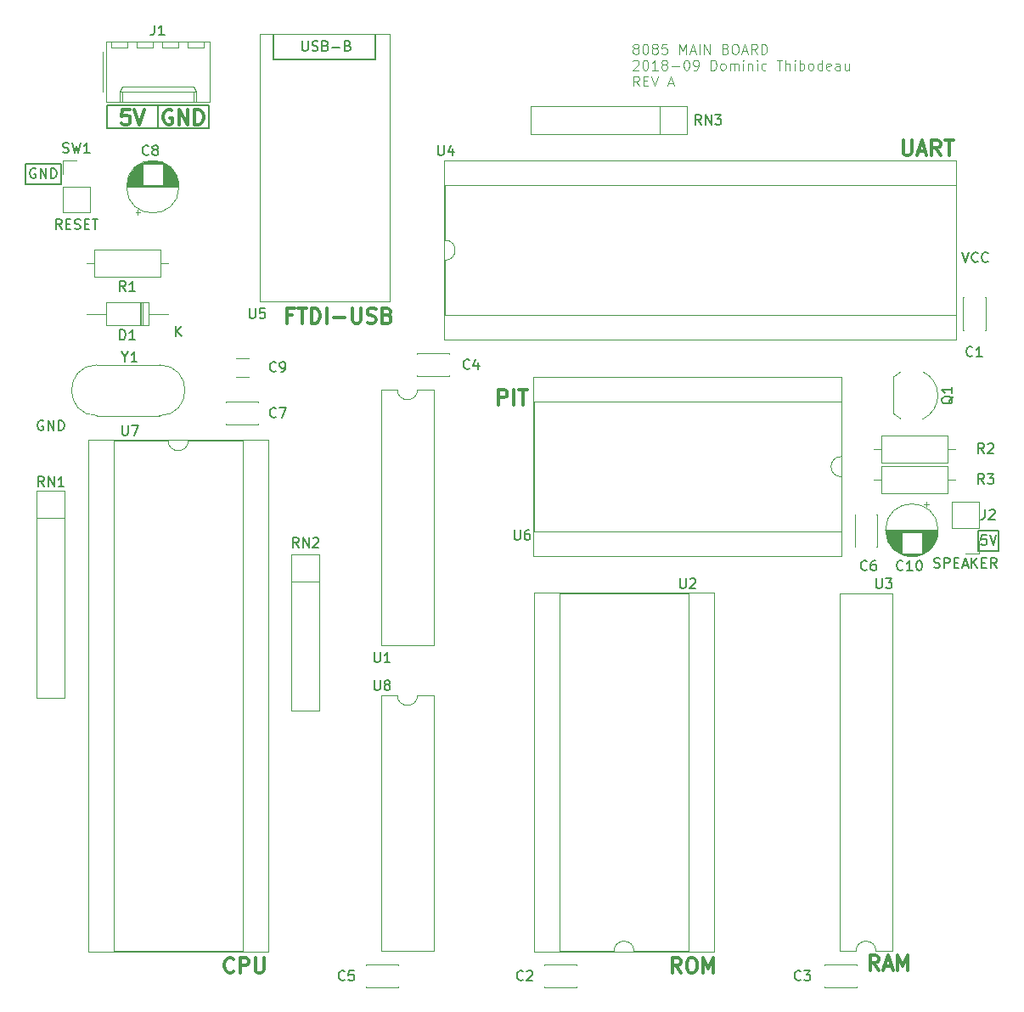
<source format=gbr>
G04 #@! TF.GenerationSoftware,KiCad,Pcbnew,(5.0.0)*
G04 #@! TF.CreationDate,2018-09-18T13:10:02-04:00*
G04 #@! TF.ProjectId,CPU8085,435055383038352E6B696361645F7063,A*
G04 #@! TF.SameCoordinates,Original*
G04 #@! TF.FileFunction,Legend,Top*
G04 #@! TF.FilePolarity,Positive*
%FSLAX46Y46*%
G04 Gerber Fmt 4.6, Leading zero omitted, Abs format (unit mm)*
G04 Created by KiCad (PCBNEW (5.0.0)) date 09/18/18 13:10:02*
%MOMM*%
%LPD*%
G01*
G04 APERTURE LIST*
%ADD10C,0.200000*%
%ADD11C,0.300000*%
%ADD12C,0.100000*%
%ADD13C,0.120000*%
%ADD14C,0.150000*%
G04 APERTURE END LIST*
D10*
X50038000Y-43942000D02*
X50038000Y-46228000D01*
X50038000Y-46228000D02*
X55118000Y-46228000D01*
X44958000Y-46228000D02*
X50038000Y-46228000D01*
X50038000Y-43942000D02*
X44958000Y-43942000D01*
X55118000Y-43942000D02*
X50038000Y-43942000D01*
X36830000Y-51816000D02*
X40386000Y-51816000D01*
X40386000Y-51562000D02*
X40386000Y-51816000D01*
X40386000Y-49784000D02*
X36830000Y-49784000D01*
X37846095Y-50300000D02*
X37750857Y-50252380D01*
X37608000Y-50252380D01*
X37465142Y-50300000D01*
X37369904Y-50395238D01*
X37322285Y-50490476D01*
X37274666Y-50680952D01*
X37274666Y-50823809D01*
X37322285Y-51014285D01*
X37369904Y-51109523D01*
X37465142Y-51204761D01*
X37608000Y-51252380D01*
X37703238Y-51252380D01*
X37846095Y-51204761D01*
X37893714Y-51157142D01*
X37893714Y-50823809D01*
X37703238Y-50823809D01*
X38322285Y-51252380D02*
X38322285Y-50252380D01*
X38893714Y-51252380D01*
X38893714Y-50252380D01*
X39369904Y-51252380D02*
X39369904Y-50252380D01*
X39608000Y-50252380D01*
X39750857Y-50300000D01*
X39846095Y-50395238D01*
X39893714Y-50490476D01*
X39941333Y-50680952D01*
X39941333Y-50823809D01*
X39893714Y-51014285D01*
X39846095Y-51109523D01*
X39750857Y-51204761D01*
X39608000Y-51252380D01*
X39369904Y-51252380D01*
X36830000Y-49784000D02*
X36830000Y-51816000D01*
X40386000Y-49784000D02*
X40386000Y-51816000D01*
X131826000Y-86360000D02*
X131826000Y-88392000D01*
X133858000Y-86360000D02*
X133858000Y-88392000D01*
X133858000Y-86360000D02*
X131826000Y-86360000D01*
X131826000Y-88392000D02*
X133858000Y-88392000D01*
X132651523Y-86828380D02*
X132175333Y-86828380D01*
X132127714Y-87304571D01*
X132175333Y-87256952D01*
X132270571Y-87209333D01*
X132508666Y-87209333D01*
X132603904Y-87256952D01*
X132651523Y-87304571D01*
X132699142Y-87399809D01*
X132699142Y-87637904D01*
X132651523Y-87733142D01*
X132603904Y-87780761D01*
X132508666Y-87828380D01*
X132270571Y-87828380D01*
X132175333Y-87780761D01*
X132127714Y-87733142D01*
X132984857Y-86828380D02*
X133318190Y-87828380D01*
X133651523Y-86828380D01*
X130238666Y-58634380D02*
X130572000Y-59634380D01*
X130905333Y-58634380D01*
X131810095Y-59539142D02*
X131762476Y-59586761D01*
X131619619Y-59634380D01*
X131524380Y-59634380D01*
X131381523Y-59586761D01*
X131286285Y-59491523D01*
X131238666Y-59396285D01*
X131191047Y-59205809D01*
X131191047Y-59062952D01*
X131238666Y-58872476D01*
X131286285Y-58777238D01*
X131381523Y-58682000D01*
X131524380Y-58634380D01*
X131619619Y-58634380D01*
X131762476Y-58682000D01*
X131810095Y-58729619D01*
X132810095Y-59539142D02*
X132762476Y-59586761D01*
X132619619Y-59634380D01*
X132524380Y-59634380D01*
X132381523Y-59586761D01*
X132286285Y-59491523D01*
X132238666Y-59396285D01*
X132191047Y-59205809D01*
X132191047Y-59062952D01*
X132238666Y-58872476D01*
X132286285Y-58777238D01*
X132381523Y-58682000D01*
X132524380Y-58634380D01*
X132619619Y-58634380D01*
X132762476Y-58682000D01*
X132810095Y-58729619D01*
X38608095Y-75446000D02*
X38512857Y-75398380D01*
X38370000Y-75398380D01*
X38227142Y-75446000D01*
X38131904Y-75541238D01*
X38084285Y-75636476D01*
X38036666Y-75826952D01*
X38036666Y-75969809D01*
X38084285Y-76160285D01*
X38131904Y-76255523D01*
X38227142Y-76350761D01*
X38370000Y-76398380D01*
X38465238Y-76398380D01*
X38608095Y-76350761D01*
X38655714Y-76303142D01*
X38655714Y-75969809D01*
X38465238Y-75969809D01*
X39084285Y-76398380D02*
X39084285Y-75398380D01*
X39655714Y-76398380D01*
X39655714Y-75398380D01*
X40131904Y-76398380D02*
X40131904Y-75398380D01*
X40370000Y-75398380D01*
X40512857Y-75446000D01*
X40608095Y-75541238D01*
X40655714Y-75636476D01*
X40703333Y-75826952D01*
X40703333Y-75969809D01*
X40655714Y-76160285D01*
X40608095Y-76255523D01*
X40512857Y-76350761D01*
X40370000Y-76398380D01*
X40131904Y-76398380D01*
X127436952Y-90066761D02*
X127579809Y-90114380D01*
X127817904Y-90114380D01*
X127913142Y-90066761D01*
X127960761Y-90019142D01*
X128008380Y-89923904D01*
X128008380Y-89828666D01*
X127960761Y-89733428D01*
X127913142Y-89685809D01*
X127817904Y-89638190D01*
X127627428Y-89590571D01*
X127532190Y-89542952D01*
X127484571Y-89495333D01*
X127436952Y-89400095D01*
X127436952Y-89304857D01*
X127484571Y-89209619D01*
X127532190Y-89162000D01*
X127627428Y-89114380D01*
X127865523Y-89114380D01*
X128008380Y-89162000D01*
X128436952Y-90114380D02*
X128436952Y-89114380D01*
X128817904Y-89114380D01*
X128913142Y-89162000D01*
X128960761Y-89209619D01*
X129008380Y-89304857D01*
X129008380Y-89447714D01*
X128960761Y-89542952D01*
X128913142Y-89590571D01*
X128817904Y-89638190D01*
X128436952Y-89638190D01*
X129436952Y-89590571D02*
X129770285Y-89590571D01*
X129913142Y-90114380D02*
X129436952Y-90114380D01*
X129436952Y-89114380D01*
X129913142Y-89114380D01*
X130294095Y-89828666D02*
X130770285Y-89828666D01*
X130198857Y-90114380D02*
X130532190Y-89114380D01*
X130865523Y-90114380D01*
X131198857Y-90114380D02*
X131198857Y-89114380D01*
X131770285Y-90114380D02*
X131341714Y-89542952D01*
X131770285Y-89114380D02*
X131198857Y-89685809D01*
X132198857Y-89590571D02*
X132532190Y-89590571D01*
X132675047Y-90114380D02*
X132198857Y-90114380D01*
X132198857Y-89114380D01*
X132675047Y-89114380D01*
X133675047Y-90114380D02*
X133341714Y-89638190D01*
X133103619Y-90114380D02*
X133103619Y-89114380D01*
X133484571Y-89114380D01*
X133579809Y-89162000D01*
X133627428Y-89209619D01*
X133675047Y-89304857D01*
X133675047Y-89447714D01*
X133627428Y-89542952D01*
X133579809Y-89590571D01*
X133484571Y-89638190D01*
X133103619Y-89638190D01*
X55118000Y-43942000D02*
X55118000Y-46228000D01*
X44958000Y-46228000D02*
X44958000Y-43942000D01*
D11*
X51435142Y-44462000D02*
X51292285Y-44390571D01*
X51078000Y-44390571D01*
X50863714Y-44462000D01*
X50720857Y-44604857D01*
X50649428Y-44747714D01*
X50578000Y-45033428D01*
X50578000Y-45247714D01*
X50649428Y-45533428D01*
X50720857Y-45676285D01*
X50863714Y-45819142D01*
X51078000Y-45890571D01*
X51220857Y-45890571D01*
X51435142Y-45819142D01*
X51506571Y-45747714D01*
X51506571Y-45247714D01*
X51220857Y-45247714D01*
X52149428Y-45890571D02*
X52149428Y-44390571D01*
X53006571Y-45890571D01*
X53006571Y-44390571D01*
X53720857Y-45890571D02*
X53720857Y-44390571D01*
X54078000Y-44390571D01*
X54292285Y-44462000D01*
X54435142Y-44604857D01*
X54506571Y-44747714D01*
X54578000Y-45033428D01*
X54578000Y-45247714D01*
X54506571Y-45533428D01*
X54435142Y-45676285D01*
X54292285Y-45819142D01*
X54078000Y-45890571D01*
X53720857Y-45890571D01*
X47212285Y-44390571D02*
X46498000Y-44390571D01*
X46426571Y-45104857D01*
X46498000Y-45033428D01*
X46640857Y-44962000D01*
X46998000Y-44962000D01*
X47140857Y-45033428D01*
X47212285Y-45104857D01*
X47283714Y-45247714D01*
X47283714Y-45604857D01*
X47212285Y-45747714D01*
X47140857Y-45819142D01*
X46998000Y-45890571D01*
X46640857Y-45890571D01*
X46498000Y-45819142D01*
X46426571Y-45747714D01*
X47712285Y-44390571D02*
X48212285Y-45890571D01*
X48712285Y-44390571D01*
X63429142Y-64916857D02*
X62929142Y-64916857D01*
X62929142Y-65702571D02*
X62929142Y-64202571D01*
X63643428Y-64202571D01*
X64000571Y-64202571D02*
X64857714Y-64202571D01*
X64429142Y-65702571D02*
X64429142Y-64202571D01*
X65357714Y-65702571D02*
X65357714Y-64202571D01*
X65714857Y-64202571D01*
X65929142Y-64274000D01*
X66072000Y-64416857D01*
X66143428Y-64559714D01*
X66214857Y-64845428D01*
X66214857Y-65059714D01*
X66143428Y-65345428D01*
X66072000Y-65488285D01*
X65929142Y-65631142D01*
X65714857Y-65702571D01*
X65357714Y-65702571D01*
X66857714Y-65702571D02*
X66857714Y-64202571D01*
X67572000Y-65131142D02*
X68714857Y-65131142D01*
X69429142Y-64202571D02*
X69429142Y-65416857D01*
X69500571Y-65559714D01*
X69572000Y-65631142D01*
X69714857Y-65702571D01*
X70000571Y-65702571D01*
X70143428Y-65631142D01*
X70214857Y-65559714D01*
X70286285Y-65416857D01*
X70286285Y-64202571D01*
X70929142Y-65631142D02*
X71143428Y-65702571D01*
X71500571Y-65702571D01*
X71643428Y-65631142D01*
X71714857Y-65559714D01*
X71786285Y-65416857D01*
X71786285Y-65274000D01*
X71714857Y-65131142D01*
X71643428Y-65059714D01*
X71500571Y-64988285D01*
X71214857Y-64916857D01*
X71072000Y-64845428D01*
X71000571Y-64774000D01*
X70929142Y-64631142D01*
X70929142Y-64488285D01*
X71000571Y-64345428D01*
X71072000Y-64274000D01*
X71214857Y-64202571D01*
X71572000Y-64202571D01*
X71786285Y-64274000D01*
X72929142Y-64916857D02*
X73143428Y-64988285D01*
X73214857Y-65059714D01*
X73286285Y-65202571D01*
X73286285Y-65416857D01*
X73214857Y-65559714D01*
X73143428Y-65631142D01*
X73000571Y-65702571D01*
X72429142Y-65702571D01*
X72429142Y-64202571D01*
X72929142Y-64202571D01*
X73072000Y-64274000D01*
X73143428Y-64345428D01*
X73214857Y-64488285D01*
X73214857Y-64631142D01*
X73143428Y-64774000D01*
X73072000Y-64845428D01*
X72929142Y-64916857D01*
X72429142Y-64916857D01*
X124353142Y-47438571D02*
X124353142Y-48652857D01*
X124424571Y-48795714D01*
X124496000Y-48867142D01*
X124638857Y-48938571D01*
X124924571Y-48938571D01*
X125067428Y-48867142D01*
X125138857Y-48795714D01*
X125210285Y-48652857D01*
X125210285Y-47438571D01*
X125853142Y-48510000D02*
X126567428Y-48510000D01*
X125710285Y-48938571D02*
X126210285Y-47438571D01*
X126710285Y-48938571D01*
X128067428Y-48938571D02*
X127567428Y-48224285D01*
X127210285Y-48938571D02*
X127210285Y-47438571D01*
X127781714Y-47438571D01*
X127924571Y-47510000D01*
X127996000Y-47581428D01*
X128067428Y-47724285D01*
X128067428Y-47938571D01*
X127996000Y-48081428D01*
X127924571Y-48152857D01*
X127781714Y-48224285D01*
X127210285Y-48224285D01*
X128496000Y-47438571D02*
X129353142Y-47438571D01*
X128924571Y-48938571D02*
X128924571Y-47438571D01*
X84022571Y-73830571D02*
X84022571Y-72330571D01*
X84594000Y-72330571D01*
X84736857Y-72402000D01*
X84808285Y-72473428D01*
X84879714Y-72616285D01*
X84879714Y-72830571D01*
X84808285Y-72973428D01*
X84736857Y-73044857D01*
X84594000Y-73116285D01*
X84022571Y-73116285D01*
X85522571Y-73830571D02*
X85522571Y-72330571D01*
X86022571Y-72330571D02*
X86879714Y-72330571D01*
X86451142Y-73830571D02*
X86451142Y-72330571D01*
X121900285Y-130218571D02*
X121400285Y-129504285D01*
X121043142Y-130218571D02*
X121043142Y-128718571D01*
X121614571Y-128718571D01*
X121757428Y-128790000D01*
X121828857Y-128861428D01*
X121900285Y-129004285D01*
X121900285Y-129218571D01*
X121828857Y-129361428D01*
X121757428Y-129432857D01*
X121614571Y-129504285D01*
X121043142Y-129504285D01*
X122471714Y-129790000D02*
X123186000Y-129790000D01*
X122328857Y-130218571D02*
X122828857Y-128718571D01*
X123328857Y-130218571D01*
X123828857Y-130218571D02*
X123828857Y-128718571D01*
X124328857Y-129790000D01*
X124828857Y-128718571D01*
X124828857Y-130218571D01*
X102199428Y-130472571D02*
X101699428Y-129758285D01*
X101342285Y-130472571D02*
X101342285Y-128972571D01*
X101913714Y-128972571D01*
X102056571Y-129044000D01*
X102128000Y-129115428D01*
X102199428Y-129258285D01*
X102199428Y-129472571D01*
X102128000Y-129615428D01*
X102056571Y-129686857D01*
X101913714Y-129758285D01*
X101342285Y-129758285D01*
X103128000Y-128972571D02*
X103413714Y-128972571D01*
X103556571Y-129044000D01*
X103699428Y-129186857D01*
X103770857Y-129472571D01*
X103770857Y-129972571D01*
X103699428Y-130258285D01*
X103556571Y-130401142D01*
X103413714Y-130472571D01*
X103128000Y-130472571D01*
X102985142Y-130401142D01*
X102842285Y-130258285D01*
X102770857Y-129972571D01*
X102770857Y-129472571D01*
X102842285Y-129186857D01*
X102985142Y-129044000D01*
X103128000Y-128972571D01*
X104413714Y-130472571D02*
X104413714Y-128972571D01*
X104913714Y-130044000D01*
X105413714Y-128972571D01*
X105413714Y-130472571D01*
X57602571Y-130329714D02*
X57531142Y-130401142D01*
X57316857Y-130472571D01*
X57174000Y-130472571D01*
X56959714Y-130401142D01*
X56816857Y-130258285D01*
X56745428Y-130115428D01*
X56674000Y-129829714D01*
X56674000Y-129615428D01*
X56745428Y-129329714D01*
X56816857Y-129186857D01*
X56959714Y-129044000D01*
X57174000Y-128972571D01*
X57316857Y-128972571D01*
X57531142Y-129044000D01*
X57602571Y-129115428D01*
X58245428Y-130472571D02*
X58245428Y-128972571D01*
X58816857Y-128972571D01*
X58959714Y-129044000D01*
X59031142Y-129115428D01*
X59102571Y-129258285D01*
X59102571Y-129472571D01*
X59031142Y-129615428D01*
X58959714Y-129686857D01*
X58816857Y-129758285D01*
X58245428Y-129758285D01*
X59745428Y-128972571D02*
X59745428Y-130186857D01*
X59816857Y-130329714D01*
X59888285Y-130401142D01*
X60031142Y-130472571D01*
X60316857Y-130472571D01*
X60459714Y-130401142D01*
X60531142Y-130329714D01*
X60602571Y-130186857D01*
X60602571Y-128972571D01*
D10*
X40457619Y-56332380D02*
X40124285Y-55856190D01*
X39886190Y-56332380D02*
X39886190Y-55332380D01*
X40267142Y-55332380D01*
X40362380Y-55380000D01*
X40410000Y-55427619D01*
X40457619Y-55522857D01*
X40457619Y-55665714D01*
X40410000Y-55760952D01*
X40362380Y-55808571D01*
X40267142Y-55856190D01*
X39886190Y-55856190D01*
X40886190Y-55808571D02*
X41219523Y-55808571D01*
X41362380Y-56332380D02*
X40886190Y-56332380D01*
X40886190Y-55332380D01*
X41362380Y-55332380D01*
X41743333Y-56284761D02*
X41886190Y-56332380D01*
X42124285Y-56332380D01*
X42219523Y-56284761D01*
X42267142Y-56237142D01*
X42314761Y-56141904D01*
X42314761Y-56046666D01*
X42267142Y-55951428D01*
X42219523Y-55903809D01*
X42124285Y-55856190D01*
X41933809Y-55808571D01*
X41838571Y-55760952D01*
X41790952Y-55713333D01*
X41743333Y-55618095D01*
X41743333Y-55522857D01*
X41790952Y-55427619D01*
X41838571Y-55380000D01*
X41933809Y-55332380D01*
X42171904Y-55332380D01*
X42314761Y-55380000D01*
X42743333Y-55808571D02*
X43076666Y-55808571D01*
X43219523Y-56332380D02*
X42743333Y-56332380D01*
X42743333Y-55332380D01*
X43219523Y-55332380D01*
X43505238Y-55332380D02*
X44076666Y-55332380D01*
X43790952Y-56332380D02*
X43790952Y-55332380D01*
D12*
X97600952Y-38285952D02*
X97505714Y-38238333D01*
X97458095Y-38190714D01*
X97410476Y-38095476D01*
X97410476Y-38047857D01*
X97458095Y-37952619D01*
X97505714Y-37905000D01*
X97600952Y-37857380D01*
X97791428Y-37857380D01*
X97886666Y-37905000D01*
X97934285Y-37952619D01*
X97981904Y-38047857D01*
X97981904Y-38095476D01*
X97934285Y-38190714D01*
X97886666Y-38238333D01*
X97791428Y-38285952D01*
X97600952Y-38285952D01*
X97505714Y-38333571D01*
X97458095Y-38381190D01*
X97410476Y-38476428D01*
X97410476Y-38666904D01*
X97458095Y-38762142D01*
X97505714Y-38809761D01*
X97600952Y-38857380D01*
X97791428Y-38857380D01*
X97886666Y-38809761D01*
X97934285Y-38762142D01*
X97981904Y-38666904D01*
X97981904Y-38476428D01*
X97934285Y-38381190D01*
X97886666Y-38333571D01*
X97791428Y-38285952D01*
X98600952Y-37857380D02*
X98696190Y-37857380D01*
X98791428Y-37905000D01*
X98839047Y-37952619D01*
X98886666Y-38047857D01*
X98934285Y-38238333D01*
X98934285Y-38476428D01*
X98886666Y-38666904D01*
X98839047Y-38762142D01*
X98791428Y-38809761D01*
X98696190Y-38857380D01*
X98600952Y-38857380D01*
X98505714Y-38809761D01*
X98458095Y-38762142D01*
X98410476Y-38666904D01*
X98362857Y-38476428D01*
X98362857Y-38238333D01*
X98410476Y-38047857D01*
X98458095Y-37952619D01*
X98505714Y-37905000D01*
X98600952Y-37857380D01*
X99505714Y-38285952D02*
X99410476Y-38238333D01*
X99362857Y-38190714D01*
X99315238Y-38095476D01*
X99315238Y-38047857D01*
X99362857Y-37952619D01*
X99410476Y-37905000D01*
X99505714Y-37857380D01*
X99696190Y-37857380D01*
X99791428Y-37905000D01*
X99839047Y-37952619D01*
X99886666Y-38047857D01*
X99886666Y-38095476D01*
X99839047Y-38190714D01*
X99791428Y-38238333D01*
X99696190Y-38285952D01*
X99505714Y-38285952D01*
X99410476Y-38333571D01*
X99362857Y-38381190D01*
X99315238Y-38476428D01*
X99315238Y-38666904D01*
X99362857Y-38762142D01*
X99410476Y-38809761D01*
X99505714Y-38857380D01*
X99696190Y-38857380D01*
X99791428Y-38809761D01*
X99839047Y-38762142D01*
X99886666Y-38666904D01*
X99886666Y-38476428D01*
X99839047Y-38381190D01*
X99791428Y-38333571D01*
X99696190Y-38285952D01*
X100791428Y-37857380D02*
X100315238Y-37857380D01*
X100267619Y-38333571D01*
X100315238Y-38285952D01*
X100410476Y-38238333D01*
X100648571Y-38238333D01*
X100743809Y-38285952D01*
X100791428Y-38333571D01*
X100839047Y-38428809D01*
X100839047Y-38666904D01*
X100791428Y-38762142D01*
X100743809Y-38809761D01*
X100648571Y-38857380D01*
X100410476Y-38857380D01*
X100315238Y-38809761D01*
X100267619Y-38762142D01*
X102029523Y-38857380D02*
X102029523Y-37857380D01*
X102362857Y-38571666D01*
X102696190Y-37857380D01*
X102696190Y-38857380D01*
X103124761Y-38571666D02*
X103600952Y-38571666D01*
X103029523Y-38857380D02*
X103362857Y-37857380D01*
X103696190Y-38857380D01*
X104029523Y-38857380D02*
X104029523Y-37857380D01*
X104505714Y-38857380D02*
X104505714Y-37857380D01*
X105077142Y-38857380D01*
X105077142Y-37857380D01*
X106648571Y-38333571D02*
X106791428Y-38381190D01*
X106839047Y-38428809D01*
X106886666Y-38524047D01*
X106886666Y-38666904D01*
X106839047Y-38762142D01*
X106791428Y-38809761D01*
X106696190Y-38857380D01*
X106315238Y-38857380D01*
X106315238Y-37857380D01*
X106648571Y-37857380D01*
X106743809Y-37905000D01*
X106791428Y-37952619D01*
X106839047Y-38047857D01*
X106839047Y-38143095D01*
X106791428Y-38238333D01*
X106743809Y-38285952D01*
X106648571Y-38333571D01*
X106315238Y-38333571D01*
X107505714Y-37857380D02*
X107696190Y-37857380D01*
X107791428Y-37905000D01*
X107886666Y-38000238D01*
X107934285Y-38190714D01*
X107934285Y-38524047D01*
X107886666Y-38714523D01*
X107791428Y-38809761D01*
X107696190Y-38857380D01*
X107505714Y-38857380D01*
X107410476Y-38809761D01*
X107315238Y-38714523D01*
X107267619Y-38524047D01*
X107267619Y-38190714D01*
X107315238Y-38000238D01*
X107410476Y-37905000D01*
X107505714Y-37857380D01*
X108315238Y-38571666D02*
X108791428Y-38571666D01*
X108220000Y-38857380D02*
X108553333Y-37857380D01*
X108886666Y-38857380D01*
X109791428Y-38857380D02*
X109458095Y-38381190D01*
X109220000Y-38857380D02*
X109220000Y-37857380D01*
X109600952Y-37857380D01*
X109696190Y-37905000D01*
X109743809Y-37952619D01*
X109791428Y-38047857D01*
X109791428Y-38190714D01*
X109743809Y-38285952D01*
X109696190Y-38333571D01*
X109600952Y-38381190D01*
X109220000Y-38381190D01*
X110220000Y-38857380D02*
X110220000Y-37857380D01*
X110458095Y-37857380D01*
X110600952Y-37905000D01*
X110696190Y-38000238D01*
X110743809Y-38095476D01*
X110791428Y-38285952D01*
X110791428Y-38428809D01*
X110743809Y-38619285D01*
X110696190Y-38714523D01*
X110600952Y-38809761D01*
X110458095Y-38857380D01*
X110220000Y-38857380D01*
X97410476Y-39552619D02*
X97458095Y-39505000D01*
X97553333Y-39457380D01*
X97791428Y-39457380D01*
X97886666Y-39505000D01*
X97934285Y-39552619D01*
X97981904Y-39647857D01*
X97981904Y-39743095D01*
X97934285Y-39885952D01*
X97362857Y-40457380D01*
X97981904Y-40457380D01*
X98600952Y-39457380D02*
X98696190Y-39457380D01*
X98791428Y-39505000D01*
X98839047Y-39552619D01*
X98886666Y-39647857D01*
X98934285Y-39838333D01*
X98934285Y-40076428D01*
X98886666Y-40266904D01*
X98839047Y-40362142D01*
X98791428Y-40409761D01*
X98696190Y-40457380D01*
X98600952Y-40457380D01*
X98505714Y-40409761D01*
X98458095Y-40362142D01*
X98410476Y-40266904D01*
X98362857Y-40076428D01*
X98362857Y-39838333D01*
X98410476Y-39647857D01*
X98458095Y-39552619D01*
X98505714Y-39505000D01*
X98600952Y-39457380D01*
X99886666Y-40457380D02*
X99315238Y-40457380D01*
X99600952Y-40457380D02*
X99600952Y-39457380D01*
X99505714Y-39600238D01*
X99410476Y-39695476D01*
X99315238Y-39743095D01*
X100458095Y-39885952D02*
X100362857Y-39838333D01*
X100315238Y-39790714D01*
X100267619Y-39695476D01*
X100267619Y-39647857D01*
X100315238Y-39552619D01*
X100362857Y-39505000D01*
X100458095Y-39457380D01*
X100648571Y-39457380D01*
X100743809Y-39505000D01*
X100791428Y-39552619D01*
X100839047Y-39647857D01*
X100839047Y-39695476D01*
X100791428Y-39790714D01*
X100743809Y-39838333D01*
X100648571Y-39885952D01*
X100458095Y-39885952D01*
X100362857Y-39933571D01*
X100315238Y-39981190D01*
X100267619Y-40076428D01*
X100267619Y-40266904D01*
X100315238Y-40362142D01*
X100362857Y-40409761D01*
X100458095Y-40457380D01*
X100648571Y-40457380D01*
X100743809Y-40409761D01*
X100791428Y-40362142D01*
X100839047Y-40266904D01*
X100839047Y-40076428D01*
X100791428Y-39981190D01*
X100743809Y-39933571D01*
X100648571Y-39885952D01*
X101267619Y-40076428D02*
X102029523Y-40076428D01*
X102696190Y-39457380D02*
X102791428Y-39457380D01*
X102886666Y-39505000D01*
X102934285Y-39552619D01*
X102981904Y-39647857D01*
X103029523Y-39838333D01*
X103029523Y-40076428D01*
X102981904Y-40266904D01*
X102934285Y-40362142D01*
X102886666Y-40409761D01*
X102791428Y-40457380D01*
X102696190Y-40457380D01*
X102600952Y-40409761D01*
X102553333Y-40362142D01*
X102505714Y-40266904D01*
X102458095Y-40076428D01*
X102458095Y-39838333D01*
X102505714Y-39647857D01*
X102553333Y-39552619D01*
X102600952Y-39505000D01*
X102696190Y-39457380D01*
X103505714Y-40457380D02*
X103696190Y-40457380D01*
X103791428Y-40409761D01*
X103839047Y-40362142D01*
X103934285Y-40219285D01*
X103981904Y-40028809D01*
X103981904Y-39647857D01*
X103934285Y-39552619D01*
X103886666Y-39505000D01*
X103791428Y-39457380D01*
X103600952Y-39457380D01*
X103505714Y-39505000D01*
X103458095Y-39552619D01*
X103410476Y-39647857D01*
X103410476Y-39885952D01*
X103458095Y-39981190D01*
X103505714Y-40028809D01*
X103600952Y-40076428D01*
X103791428Y-40076428D01*
X103886666Y-40028809D01*
X103934285Y-39981190D01*
X103981904Y-39885952D01*
X105172380Y-40457380D02*
X105172380Y-39457380D01*
X105410476Y-39457380D01*
X105553333Y-39505000D01*
X105648571Y-39600238D01*
X105696190Y-39695476D01*
X105743809Y-39885952D01*
X105743809Y-40028809D01*
X105696190Y-40219285D01*
X105648571Y-40314523D01*
X105553333Y-40409761D01*
X105410476Y-40457380D01*
X105172380Y-40457380D01*
X106315238Y-40457380D02*
X106220000Y-40409761D01*
X106172380Y-40362142D01*
X106124761Y-40266904D01*
X106124761Y-39981190D01*
X106172380Y-39885952D01*
X106220000Y-39838333D01*
X106315238Y-39790714D01*
X106458095Y-39790714D01*
X106553333Y-39838333D01*
X106600952Y-39885952D01*
X106648571Y-39981190D01*
X106648571Y-40266904D01*
X106600952Y-40362142D01*
X106553333Y-40409761D01*
X106458095Y-40457380D01*
X106315238Y-40457380D01*
X107077142Y-40457380D02*
X107077142Y-39790714D01*
X107077142Y-39885952D02*
X107124761Y-39838333D01*
X107220000Y-39790714D01*
X107362857Y-39790714D01*
X107458095Y-39838333D01*
X107505714Y-39933571D01*
X107505714Y-40457380D01*
X107505714Y-39933571D02*
X107553333Y-39838333D01*
X107648571Y-39790714D01*
X107791428Y-39790714D01*
X107886666Y-39838333D01*
X107934285Y-39933571D01*
X107934285Y-40457380D01*
X108410476Y-40457380D02*
X108410476Y-39790714D01*
X108410476Y-39457380D02*
X108362857Y-39505000D01*
X108410476Y-39552619D01*
X108458095Y-39505000D01*
X108410476Y-39457380D01*
X108410476Y-39552619D01*
X108886666Y-39790714D02*
X108886666Y-40457380D01*
X108886666Y-39885952D02*
X108934285Y-39838333D01*
X109029523Y-39790714D01*
X109172380Y-39790714D01*
X109267619Y-39838333D01*
X109315238Y-39933571D01*
X109315238Y-40457380D01*
X109791428Y-40457380D02*
X109791428Y-39790714D01*
X109791428Y-39457380D02*
X109743809Y-39505000D01*
X109791428Y-39552619D01*
X109839047Y-39505000D01*
X109791428Y-39457380D01*
X109791428Y-39552619D01*
X110696190Y-40409761D02*
X110600952Y-40457380D01*
X110410476Y-40457380D01*
X110315238Y-40409761D01*
X110267619Y-40362142D01*
X110220000Y-40266904D01*
X110220000Y-39981190D01*
X110267619Y-39885952D01*
X110315238Y-39838333D01*
X110410476Y-39790714D01*
X110600952Y-39790714D01*
X110696190Y-39838333D01*
X111743809Y-39457380D02*
X112315238Y-39457380D01*
X112029523Y-40457380D02*
X112029523Y-39457380D01*
X112648571Y-40457380D02*
X112648571Y-39457380D01*
X113077142Y-40457380D02*
X113077142Y-39933571D01*
X113029523Y-39838333D01*
X112934285Y-39790714D01*
X112791428Y-39790714D01*
X112696190Y-39838333D01*
X112648571Y-39885952D01*
X113553333Y-40457380D02*
X113553333Y-39790714D01*
X113553333Y-39457380D02*
X113505714Y-39505000D01*
X113553333Y-39552619D01*
X113600952Y-39505000D01*
X113553333Y-39457380D01*
X113553333Y-39552619D01*
X114029523Y-40457380D02*
X114029523Y-39457380D01*
X114029523Y-39838333D02*
X114124761Y-39790714D01*
X114315238Y-39790714D01*
X114410476Y-39838333D01*
X114458095Y-39885952D01*
X114505714Y-39981190D01*
X114505714Y-40266904D01*
X114458095Y-40362142D01*
X114410476Y-40409761D01*
X114315238Y-40457380D01*
X114124761Y-40457380D01*
X114029523Y-40409761D01*
X115077142Y-40457380D02*
X114981904Y-40409761D01*
X114934285Y-40362142D01*
X114886666Y-40266904D01*
X114886666Y-39981190D01*
X114934285Y-39885952D01*
X114981904Y-39838333D01*
X115077142Y-39790714D01*
X115220000Y-39790714D01*
X115315238Y-39838333D01*
X115362857Y-39885952D01*
X115410476Y-39981190D01*
X115410476Y-40266904D01*
X115362857Y-40362142D01*
X115315238Y-40409761D01*
X115220000Y-40457380D01*
X115077142Y-40457380D01*
X116267619Y-40457380D02*
X116267619Y-39457380D01*
X116267619Y-40409761D02*
X116172380Y-40457380D01*
X115981904Y-40457380D01*
X115886666Y-40409761D01*
X115839047Y-40362142D01*
X115791428Y-40266904D01*
X115791428Y-39981190D01*
X115839047Y-39885952D01*
X115886666Y-39838333D01*
X115981904Y-39790714D01*
X116172380Y-39790714D01*
X116267619Y-39838333D01*
X117124761Y-40409761D02*
X117029523Y-40457380D01*
X116839047Y-40457380D01*
X116743809Y-40409761D01*
X116696190Y-40314523D01*
X116696190Y-39933571D01*
X116743809Y-39838333D01*
X116839047Y-39790714D01*
X117029523Y-39790714D01*
X117124761Y-39838333D01*
X117172380Y-39933571D01*
X117172380Y-40028809D01*
X116696190Y-40124047D01*
X118029523Y-40457380D02*
X118029523Y-39933571D01*
X117981904Y-39838333D01*
X117886666Y-39790714D01*
X117696190Y-39790714D01*
X117600952Y-39838333D01*
X118029523Y-40409761D02*
X117934285Y-40457380D01*
X117696190Y-40457380D01*
X117600952Y-40409761D01*
X117553333Y-40314523D01*
X117553333Y-40219285D01*
X117600952Y-40124047D01*
X117696190Y-40076428D01*
X117934285Y-40076428D01*
X118029523Y-40028809D01*
X118934285Y-39790714D02*
X118934285Y-40457380D01*
X118505714Y-39790714D02*
X118505714Y-40314523D01*
X118553333Y-40409761D01*
X118648571Y-40457380D01*
X118791428Y-40457380D01*
X118886666Y-40409761D01*
X118934285Y-40362142D01*
X98029523Y-42057380D02*
X97696190Y-41581190D01*
X97458095Y-42057380D02*
X97458095Y-41057380D01*
X97839047Y-41057380D01*
X97934285Y-41105000D01*
X97981904Y-41152619D01*
X98029523Y-41247857D01*
X98029523Y-41390714D01*
X97981904Y-41485952D01*
X97934285Y-41533571D01*
X97839047Y-41581190D01*
X97458095Y-41581190D01*
X98458095Y-41533571D02*
X98791428Y-41533571D01*
X98934285Y-42057380D02*
X98458095Y-42057380D01*
X98458095Y-41057380D01*
X98934285Y-41057380D01*
X99220000Y-41057380D02*
X99553333Y-42057380D01*
X99886666Y-41057380D01*
X100934285Y-41771666D02*
X101410476Y-41771666D01*
X100839047Y-42057380D02*
X101172380Y-41057380D01*
X101505714Y-42057380D01*
D13*
G04 #@! TO.C,D1*
X49110000Y-65890000D02*
X49110000Y-63650000D01*
X49110000Y-63650000D02*
X44870000Y-63650000D01*
X44870000Y-63650000D02*
X44870000Y-65890000D01*
X44870000Y-65890000D02*
X49110000Y-65890000D01*
X51030000Y-64770000D02*
X49110000Y-64770000D01*
X42950000Y-64770000D02*
X44870000Y-64770000D01*
X48390000Y-65890000D02*
X48390000Y-63650000D01*
X48270000Y-65890000D02*
X48270000Y-63650000D01*
X48510000Y-65890000D02*
X48510000Y-63650000D01*
G04 #@! TO.C,R1*
X50260000Y-61060000D02*
X50260000Y-58320000D01*
X50260000Y-58320000D02*
X43720000Y-58320000D01*
X43720000Y-58320000D02*
X43720000Y-61060000D01*
X43720000Y-61060000D02*
X50260000Y-61060000D01*
X51030000Y-59690000D02*
X50260000Y-59690000D01*
X42950000Y-59690000D02*
X43720000Y-59690000D01*
G04 #@! TO.C,R2*
X121436000Y-78232000D02*
X122206000Y-78232000D01*
X129516000Y-78232000D02*
X128746000Y-78232000D01*
X122206000Y-79602000D02*
X128746000Y-79602000D01*
X122206000Y-76862000D02*
X122206000Y-79602000D01*
X128746000Y-76862000D02*
X122206000Y-76862000D01*
X128746000Y-79602000D02*
X128746000Y-76862000D01*
G04 #@! TO.C,R3*
X122206000Y-79910000D02*
X122206000Y-82650000D01*
X122206000Y-82650000D02*
X128746000Y-82650000D01*
X128746000Y-82650000D02*
X128746000Y-79910000D01*
X128746000Y-79910000D02*
X122206000Y-79910000D01*
X121436000Y-81280000D02*
X122206000Y-81280000D01*
X129516000Y-81280000D02*
X128746000Y-81280000D01*
D14*
G04 #@! TO.C,U5*
X71755000Y-39370000D02*
X71755000Y-36870000D01*
X61595000Y-39370000D02*
X71755000Y-39370000D01*
X61595000Y-36870000D02*
X61595000Y-39370000D01*
D13*
X73135000Y-36830000D02*
X65654673Y-36830000D01*
X73135000Y-63560000D02*
X73135000Y-36830000D01*
X60215000Y-63560000D02*
X73135000Y-63560000D01*
X60215000Y-36830000D02*
X60215000Y-63560000D01*
X65675000Y-36830000D02*
X60215000Y-36830000D01*
G04 #@! TO.C,RN3*
X102786000Y-46866000D02*
X102786000Y-44066000D01*
X102786000Y-44066000D02*
X87206000Y-44066000D01*
X87206000Y-44066000D02*
X87206000Y-46866000D01*
X87206000Y-46866000D02*
X102786000Y-46866000D01*
X100076000Y-46866000D02*
X100076000Y-44066000D01*
G04 #@! TO.C,J1*
X54648000Y-38210000D02*
X54648000Y-37610000D01*
X53048000Y-38210000D02*
X54648000Y-38210000D01*
X53048000Y-37610000D02*
X53048000Y-38210000D01*
X52108000Y-38210000D02*
X52108000Y-37610000D01*
X50508000Y-38210000D02*
X52108000Y-38210000D01*
X50508000Y-37610000D02*
X50508000Y-38210000D01*
X49568000Y-38210000D02*
X49568000Y-37610000D01*
X47968000Y-38210000D02*
X49568000Y-38210000D01*
X47968000Y-37610000D02*
X47968000Y-38210000D01*
X47028000Y-38210000D02*
X47028000Y-37610000D01*
X45428000Y-38210000D02*
X47028000Y-38210000D01*
X45428000Y-37610000D02*
X45428000Y-38210000D01*
X53598000Y-43630000D02*
X53598000Y-42630000D01*
X46478000Y-43630000D02*
X46478000Y-42630000D01*
X53598000Y-42100000D02*
X53848000Y-42630000D01*
X46478000Y-42100000D02*
X53598000Y-42100000D01*
X46228000Y-42630000D02*
X46478000Y-42100000D01*
X53848000Y-42630000D02*
X53848000Y-43630000D01*
X46228000Y-42630000D02*
X53848000Y-42630000D01*
X46228000Y-43630000D02*
X46228000Y-42630000D01*
X44558000Y-38640000D02*
X44558000Y-42640000D01*
X55228000Y-37610000D02*
X44848000Y-37610000D01*
X55228000Y-43630000D02*
X55228000Y-37610000D01*
X44848000Y-43630000D02*
X55228000Y-43630000D01*
X44848000Y-37610000D02*
X44848000Y-43630000D01*
G04 #@! TO.C,Q1*
X124099205Y-75222184D02*
G75*
G02X123372000Y-74698000I1122795J2324184D01*
G01*
X126320807Y-75254400D02*
G75*
G03X127822000Y-72898000I-1098807J2356400D01*
G01*
X126320807Y-70541600D02*
G75*
G02X127822000Y-72898000I-1098807J-2356400D01*
G01*
X124099205Y-70573816D02*
G75*
G03X123372000Y-71098000I1122795J-2324184D01*
G01*
X123372000Y-71098000D02*
X123372000Y-74698000D01*
G04 #@! TO.C,C10*
X126947000Y-83785225D02*
X126447000Y-83785225D01*
X126697000Y-83535225D02*
X126697000Y-84035225D01*
X125506000Y-88941000D02*
X124938000Y-88941000D01*
X125740000Y-88901000D02*
X124704000Y-88901000D01*
X125899000Y-88861000D02*
X124545000Y-88861000D01*
X126027000Y-88821000D02*
X124417000Y-88821000D01*
X126137000Y-88781000D02*
X124307000Y-88781000D01*
X126233000Y-88741000D02*
X124211000Y-88741000D01*
X126320000Y-88701000D02*
X124124000Y-88701000D01*
X126400000Y-88661000D02*
X124044000Y-88661000D01*
X124182000Y-88621000D02*
X123971000Y-88621000D01*
X126473000Y-88621000D02*
X126262000Y-88621000D01*
X124182000Y-88581000D02*
X123903000Y-88581000D01*
X126541000Y-88581000D02*
X126262000Y-88581000D01*
X124182000Y-88541000D02*
X123839000Y-88541000D01*
X126605000Y-88541000D02*
X126262000Y-88541000D01*
X124182000Y-88501000D02*
X123779000Y-88501000D01*
X126665000Y-88501000D02*
X126262000Y-88501000D01*
X124182000Y-88461000D02*
X123722000Y-88461000D01*
X126722000Y-88461000D02*
X126262000Y-88461000D01*
X124182000Y-88421000D02*
X123668000Y-88421000D01*
X126776000Y-88421000D02*
X126262000Y-88421000D01*
X124182000Y-88381000D02*
X123617000Y-88381000D01*
X126827000Y-88381000D02*
X126262000Y-88381000D01*
X124182000Y-88341000D02*
X123569000Y-88341000D01*
X126875000Y-88341000D02*
X126262000Y-88341000D01*
X124182000Y-88301000D02*
X123523000Y-88301000D01*
X126921000Y-88301000D02*
X126262000Y-88301000D01*
X124182000Y-88261000D02*
X123479000Y-88261000D01*
X126965000Y-88261000D02*
X126262000Y-88261000D01*
X124182000Y-88221000D02*
X123437000Y-88221000D01*
X127007000Y-88221000D02*
X126262000Y-88221000D01*
X124182000Y-88181000D02*
X123396000Y-88181000D01*
X127048000Y-88181000D02*
X126262000Y-88181000D01*
X124182000Y-88141000D02*
X123358000Y-88141000D01*
X127086000Y-88141000D02*
X126262000Y-88141000D01*
X124182000Y-88101000D02*
X123321000Y-88101000D01*
X127123000Y-88101000D02*
X126262000Y-88101000D01*
X124182000Y-88061000D02*
X123285000Y-88061000D01*
X127159000Y-88061000D02*
X126262000Y-88061000D01*
X124182000Y-88021000D02*
X123251000Y-88021000D01*
X127193000Y-88021000D02*
X126262000Y-88021000D01*
X124182000Y-87981000D02*
X123218000Y-87981000D01*
X127226000Y-87981000D02*
X126262000Y-87981000D01*
X124182000Y-87941000D02*
X123187000Y-87941000D01*
X127257000Y-87941000D02*
X126262000Y-87941000D01*
X124182000Y-87901000D02*
X123157000Y-87901000D01*
X127287000Y-87901000D02*
X126262000Y-87901000D01*
X124182000Y-87861000D02*
X123127000Y-87861000D01*
X127317000Y-87861000D02*
X126262000Y-87861000D01*
X124182000Y-87821000D02*
X123100000Y-87821000D01*
X127344000Y-87821000D02*
X126262000Y-87821000D01*
X124182000Y-87781000D02*
X123073000Y-87781000D01*
X127371000Y-87781000D02*
X126262000Y-87781000D01*
X124182000Y-87741000D02*
X123047000Y-87741000D01*
X127397000Y-87741000D02*
X126262000Y-87741000D01*
X124182000Y-87701000D02*
X123022000Y-87701000D01*
X127422000Y-87701000D02*
X126262000Y-87701000D01*
X124182000Y-87661000D02*
X122998000Y-87661000D01*
X127446000Y-87661000D02*
X126262000Y-87661000D01*
X124182000Y-87621000D02*
X122975000Y-87621000D01*
X127469000Y-87621000D02*
X126262000Y-87621000D01*
X124182000Y-87581000D02*
X122954000Y-87581000D01*
X127490000Y-87581000D02*
X126262000Y-87581000D01*
X124182000Y-87541000D02*
X122932000Y-87541000D01*
X127512000Y-87541000D02*
X126262000Y-87541000D01*
X124182000Y-87501000D02*
X122912000Y-87501000D01*
X127532000Y-87501000D02*
X126262000Y-87501000D01*
X124182000Y-87461000D02*
X122893000Y-87461000D01*
X127551000Y-87461000D02*
X126262000Y-87461000D01*
X124182000Y-87421000D02*
X122874000Y-87421000D01*
X127570000Y-87421000D02*
X126262000Y-87421000D01*
X124182000Y-87381000D02*
X122857000Y-87381000D01*
X127587000Y-87381000D02*
X126262000Y-87381000D01*
X124182000Y-87341000D02*
X122840000Y-87341000D01*
X127604000Y-87341000D02*
X126262000Y-87341000D01*
X124182000Y-87301000D02*
X122824000Y-87301000D01*
X127620000Y-87301000D02*
X126262000Y-87301000D01*
X124182000Y-87261000D02*
X122808000Y-87261000D01*
X127636000Y-87261000D02*
X126262000Y-87261000D01*
X124182000Y-87221000D02*
X122794000Y-87221000D01*
X127650000Y-87221000D02*
X126262000Y-87221000D01*
X124182000Y-87181000D02*
X122780000Y-87181000D01*
X127664000Y-87181000D02*
X126262000Y-87181000D01*
X124182000Y-87141000D02*
X122767000Y-87141000D01*
X127677000Y-87141000D02*
X126262000Y-87141000D01*
X124182000Y-87101000D02*
X122754000Y-87101000D01*
X127690000Y-87101000D02*
X126262000Y-87101000D01*
X124182000Y-87061000D02*
X122742000Y-87061000D01*
X127702000Y-87061000D02*
X126262000Y-87061000D01*
X124182000Y-87020000D02*
X122731000Y-87020000D01*
X127713000Y-87020000D02*
X126262000Y-87020000D01*
X124182000Y-86980000D02*
X122721000Y-86980000D01*
X127723000Y-86980000D02*
X126262000Y-86980000D01*
X124182000Y-86940000D02*
X122711000Y-86940000D01*
X127733000Y-86940000D02*
X126262000Y-86940000D01*
X124182000Y-86900000D02*
X122702000Y-86900000D01*
X127742000Y-86900000D02*
X126262000Y-86900000D01*
X124182000Y-86860000D02*
X122694000Y-86860000D01*
X127750000Y-86860000D02*
X126262000Y-86860000D01*
X124182000Y-86820000D02*
X122686000Y-86820000D01*
X127758000Y-86820000D02*
X126262000Y-86820000D01*
X124182000Y-86780000D02*
X122679000Y-86780000D01*
X127765000Y-86780000D02*
X126262000Y-86780000D01*
X124182000Y-86740000D02*
X122672000Y-86740000D01*
X127772000Y-86740000D02*
X126262000Y-86740000D01*
X124182000Y-86700000D02*
X122666000Y-86700000D01*
X127778000Y-86700000D02*
X126262000Y-86700000D01*
X124182000Y-86660000D02*
X122661000Y-86660000D01*
X127783000Y-86660000D02*
X126262000Y-86660000D01*
X124182000Y-86620000D02*
X122657000Y-86620000D01*
X127787000Y-86620000D02*
X126262000Y-86620000D01*
X124182000Y-86580000D02*
X122653000Y-86580000D01*
X127791000Y-86580000D02*
X126262000Y-86580000D01*
X127795000Y-86540000D02*
X122649000Y-86540000D01*
X127798000Y-86500000D02*
X122646000Y-86500000D01*
X127800000Y-86460000D02*
X122644000Y-86460000D01*
X127801000Y-86420000D02*
X122643000Y-86420000D01*
X127802000Y-86380000D02*
X122642000Y-86380000D01*
X127802000Y-86340000D02*
X122642000Y-86340000D01*
X127842000Y-86340000D02*
G75*
G03X127842000Y-86340000I-2620000J0D01*
G01*
G04 #@! TO.C,J2*
X131886000Y-88706000D02*
X130556000Y-88706000D01*
X131886000Y-87376000D02*
X131886000Y-88706000D01*
X131886000Y-86106000D02*
X129226000Y-86106000D01*
X129226000Y-86106000D02*
X129226000Y-83506000D01*
X131886000Y-86106000D02*
X131886000Y-83506000D01*
X131886000Y-83506000D02*
X129226000Y-83506000D01*
G04 #@! TO.C,U6*
X118230000Y-88960000D02*
X118230000Y-71060000D01*
X87510000Y-88960000D02*
X118230000Y-88960000D01*
X87510000Y-71060000D02*
X87510000Y-88960000D01*
X118230000Y-71060000D02*
X87510000Y-71060000D01*
X118170000Y-86470000D02*
X118170000Y-81010000D01*
X87570000Y-86470000D02*
X118170000Y-86470000D01*
X87570000Y-73550000D02*
X87570000Y-86470000D01*
X118170000Y-73550000D02*
X87570000Y-73550000D01*
X118170000Y-79010000D02*
X118170000Y-73550000D01*
X118170000Y-81010000D02*
G75*
G02X118170000Y-79010000I0J1000000D01*
G01*
G04 #@! TO.C,U4*
X78620000Y-49470000D02*
X78620000Y-67370000D01*
X129660000Y-49470000D02*
X78620000Y-49470000D01*
X129660000Y-67370000D02*
X129660000Y-49470000D01*
X78620000Y-67370000D02*
X129660000Y-67370000D01*
X78680000Y-51960000D02*
X78680000Y-57420000D01*
X129600000Y-51960000D02*
X78680000Y-51960000D01*
X129600000Y-64880000D02*
X129600000Y-51960000D01*
X78680000Y-64880000D02*
X129600000Y-64880000D01*
X78680000Y-59420000D02*
X78680000Y-64880000D01*
X78680000Y-57420000D02*
G75*
G02X78680000Y-59420000I0J-1000000D01*
G01*
G04 #@! TO.C,U7*
X61020000Y-77350000D02*
X43120000Y-77350000D01*
X61020000Y-128390000D02*
X61020000Y-77350000D01*
X43120000Y-128390000D02*
X61020000Y-128390000D01*
X43120000Y-77350000D02*
X43120000Y-128390000D01*
X58530000Y-77410000D02*
X53070000Y-77410000D01*
X58530000Y-128330000D02*
X58530000Y-77410000D01*
X45610000Y-128330000D02*
X58530000Y-128330000D01*
X45610000Y-77410000D02*
X45610000Y-128330000D01*
X51070000Y-77410000D02*
X45610000Y-77410000D01*
X53070000Y-77410000D02*
G75*
G02X51070000Y-77410000I-1000000J0D01*
G01*
G04 #@! TO.C,U2*
X87570000Y-128390000D02*
X105470000Y-128390000D01*
X87570000Y-92590000D02*
X87570000Y-128390000D01*
X105470000Y-92590000D02*
X87570000Y-92590000D01*
X105470000Y-128390000D02*
X105470000Y-92590000D01*
X90060000Y-128330000D02*
X95520000Y-128330000D01*
X90060000Y-92650000D02*
X90060000Y-128330000D01*
X102980000Y-92650000D02*
X90060000Y-92650000D01*
X102980000Y-128330000D02*
X102980000Y-92650000D01*
X97520000Y-128330000D02*
X102980000Y-128330000D01*
X95520000Y-128330000D02*
G75*
G02X97520000Y-128330000I1000000J0D01*
G01*
G04 #@! TO.C,C8*
X47805000Y-54644775D02*
X48305000Y-54644775D01*
X48055000Y-54894775D02*
X48055000Y-54394775D01*
X49246000Y-49489000D02*
X49814000Y-49489000D01*
X49012000Y-49529000D02*
X50048000Y-49529000D01*
X48853000Y-49569000D02*
X50207000Y-49569000D01*
X48725000Y-49609000D02*
X50335000Y-49609000D01*
X48615000Y-49649000D02*
X50445000Y-49649000D01*
X48519000Y-49689000D02*
X50541000Y-49689000D01*
X48432000Y-49729000D02*
X50628000Y-49729000D01*
X48352000Y-49769000D02*
X50708000Y-49769000D01*
X50570000Y-49809000D02*
X50781000Y-49809000D01*
X48279000Y-49809000D02*
X48490000Y-49809000D01*
X50570000Y-49849000D02*
X50849000Y-49849000D01*
X48211000Y-49849000D02*
X48490000Y-49849000D01*
X50570000Y-49889000D02*
X50913000Y-49889000D01*
X48147000Y-49889000D02*
X48490000Y-49889000D01*
X50570000Y-49929000D02*
X50973000Y-49929000D01*
X48087000Y-49929000D02*
X48490000Y-49929000D01*
X50570000Y-49969000D02*
X51030000Y-49969000D01*
X48030000Y-49969000D02*
X48490000Y-49969000D01*
X50570000Y-50009000D02*
X51084000Y-50009000D01*
X47976000Y-50009000D02*
X48490000Y-50009000D01*
X50570000Y-50049000D02*
X51135000Y-50049000D01*
X47925000Y-50049000D02*
X48490000Y-50049000D01*
X50570000Y-50089000D02*
X51183000Y-50089000D01*
X47877000Y-50089000D02*
X48490000Y-50089000D01*
X50570000Y-50129000D02*
X51229000Y-50129000D01*
X47831000Y-50129000D02*
X48490000Y-50129000D01*
X50570000Y-50169000D02*
X51273000Y-50169000D01*
X47787000Y-50169000D02*
X48490000Y-50169000D01*
X50570000Y-50209000D02*
X51315000Y-50209000D01*
X47745000Y-50209000D02*
X48490000Y-50209000D01*
X50570000Y-50249000D02*
X51356000Y-50249000D01*
X47704000Y-50249000D02*
X48490000Y-50249000D01*
X50570000Y-50289000D02*
X51394000Y-50289000D01*
X47666000Y-50289000D02*
X48490000Y-50289000D01*
X50570000Y-50329000D02*
X51431000Y-50329000D01*
X47629000Y-50329000D02*
X48490000Y-50329000D01*
X50570000Y-50369000D02*
X51467000Y-50369000D01*
X47593000Y-50369000D02*
X48490000Y-50369000D01*
X50570000Y-50409000D02*
X51501000Y-50409000D01*
X47559000Y-50409000D02*
X48490000Y-50409000D01*
X50570000Y-50449000D02*
X51534000Y-50449000D01*
X47526000Y-50449000D02*
X48490000Y-50449000D01*
X50570000Y-50489000D02*
X51565000Y-50489000D01*
X47495000Y-50489000D02*
X48490000Y-50489000D01*
X50570000Y-50529000D02*
X51595000Y-50529000D01*
X47465000Y-50529000D02*
X48490000Y-50529000D01*
X50570000Y-50569000D02*
X51625000Y-50569000D01*
X47435000Y-50569000D02*
X48490000Y-50569000D01*
X50570000Y-50609000D02*
X51652000Y-50609000D01*
X47408000Y-50609000D02*
X48490000Y-50609000D01*
X50570000Y-50649000D02*
X51679000Y-50649000D01*
X47381000Y-50649000D02*
X48490000Y-50649000D01*
X50570000Y-50689000D02*
X51705000Y-50689000D01*
X47355000Y-50689000D02*
X48490000Y-50689000D01*
X50570000Y-50729000D02*
X51730000Y-50729000D01*
X47330000Y-50729000D02*
X48490000Y-50729000D01*
X50570000Y-50769000D02*
X51754000Y-50769000D01*
X47306000Y-50769000D02*
X48490000Y-50769000D01*
X50570000Y-50809000D02*
X51777000Y-50809000D01*
X47283000Y-50809000D02*
X48490000Y-50809000D01*
X50570000Y-50849000D02*
X51798000Y-50849000D01*
X47262000Y-50849000D02*
X48490000Y-50849000D01*
X50570000Y-50889000D02*
X51820000Y-50889000D01*
X47240000Y-50889000D02*
X48490000Y-50889000D01*
X50570000Y-50929000D02*
X51840000Y-50929000D01*
X47220000Y-50929000D02*
X48490000Y-50929000D01*
X50570000Y-50969000D02*
X51859000Y-50969000D01*
X47201000Y-50969000D02*
X48490000Y-50969000D01*
X50570000Y-51009000D02*
X51878000Y-51009000D01*
X47182000Y-51009000D02*
X48490000Y-51009000D01*
X50570000Y-51049000D02*
X51895000Y-51049000D01*
X47165000Y-51049000D02*
X48490000Y-51049000D01*
X50570000Y-51089000D02*
X51912000Y-51089000D01*
X47148000Y-51089000D02*
X48490000Y-51089000D01*
X50570000Y-51129000D02*
X51928000Y-51129000D01*
X47132000Y-51129000D02*
X48490000Y-51129000D01*
X50570000Y-51169000D02*
X51944000Y-51169000D01*
X47116000Y-51169000D02*
X48490000Y-51169000D01*
X50570000Y-51209000D02*
X51958000Y-51209000D01*
X47102000Y-51209000D02*
X48490000Y-51209000D01*
X50570000Y-51249000D02*
X51972000Y-51249000D01*
X47088000Y-51249000D02*
X48490000Y-51249000D01*
X50570000Y-51289000D02*
X51985000Y-51289000D01*
X47075000Y-51289000D02*
X48490000Y-51289000D01*
X50570000Y-51329000D02*
X51998000Y-51329000D01*
X47062000Y-51329000D02*
X48490000Y-51329000D01*
X50570000Y-51369000D02*
X52010000Y-51369000D01*
X47050000Y-51369000D02*
X48490000Y-51369000D01*
X50570000Y-51410000D02*
X52021000Y-51410000D01*
X47039000Y-51410000D02*
X48490000Y-51410000D01*
X50570000Y-51450000D02*
X52031000Y-51450000D01*
X47029000Y-51450000D02*
X48490000Y-51450000D01*
X50570000Y-51490000D02*
X52041000Y-51490000D01*
X47019000Y-51490000D02*
X48490000Y-51490000D01*
X50570000Y-51530000D02*
X52050000Y-51530000D01*
X47010000Y-51530000D02*
X48490000Y-51530000D01*
X50570000Y-51570000D02*
X52058000Y-51570000D01*
X47002000Y-51570000D02*
X48490000Y-51570000D01*
X50570000Y-51610000D02*
X52066000Y-51610000D01*
X46994000Y-51610000D02*
X48490000Y-51610000D01*
X50570000Y-51650000D02*
X52073000Y-51650000D01*
X46987000Y-51650000D02*
X48490000Y-51650000D01*
X50570000Y-51690000D02*
X52080000Y-51690000D01*
X46980000Y-51690000D02*
X48490000Y-51690000D01*
X50570000Y-51730000D02*
X52086000Y-51730000D01*
X46974000Y-51730000D02*
X48490000Y-51730000D01*
X50570000Y-51770000D02*
X52091000Y-51770000D01*
X46969000Y-51770000D02*
X48490000Y-51770000D01*
X50570000Y-51810000D02*
X52095000Y-51810000D01*
X46965000Y-51810000D02*
X48490000Y-51810000D01*
X50570000Y-51850000D02*
X52099000Y-51850000D01*
X46961000Y-51850000D02*
X48490000Y-51850000D01*
X46957000Y-51890000D02*
X52103000Y-51890000D01*
X46954000Y-51930000D02*
X52106000Y-51930000D01*
X46952000Y-51970000D02*
X52108000Y-51970000D01*
X46951000Y-52010000D02*
X52109000Y-52010000D01*
X46950000Y-52050000D02*
X52110000Y-52050000D01*
X46950000Y-52090000D02*
X52110000Y-52090000D01*
X52150000Y-52090000D02*
G75*
G03X52150000Y-52090000I-2620000J0D01*
G01*
G04 #@! TO.C,C9*
X59069000Y-69184000D02*
X57811000Y-69184000D01*
X59069000Y-71024000D02*
X57811000Y-71024000D01*
G04 #@! TO.C,C1*
X130390000Y-66370000D02*
X130325000Y-66370000D01*
X132565000Y-66370000D02*
X132500000Y-66370000D01*
X130390000Y-63130000D02*
X130325000Y-63130000D01*
X132565000Y-63130000D02*
X132500000Y-63130000D01*
X130325000Y-63130000D02*
X130325000Y-66370000D01*
X132565000Y-63130000D02*
X132565000Y-66370000D01*
G04 #@! TO.C,C2*
X91770000Y-131865000D02*
X91770000Y-131930000D01*
X91770000Y-129690000D02*
X91770000Y-129755000D01*
X88530000Y-131865000D02*
X88530000Y-131930000D01*
X88530000Y-129690000D02*
X88530000Y-129755000D01*
X88530000Y-131930000D02*
X91770000Y-131930000D01*
X88530000Y-129690000D02*
X91770000Y-129690000D01*
G04 #@! TO.C,C3*
X119750000Y-131865000D02*
X119750000Y-131930000D01*
X119750000Y-129690000D02*
X119750000Y-129755000D01*
X116510000Y-131865000D02*
X116510000Y-131930000D01*
X116510000Y-129690000D02*
X116510000Y-129755000D01*
X116510000Y-131930000D02*
X119750000Y-131930000D01*
X116510000Y-129690000D02*
X119750000Y-129690000D01*
G04 #@! TO.C,C4*
X75870000Y-68795000D02*
X75870000Y-68730000D01*
X75870000Y-70970000D02*
X75870000Y-70905000D01*
X79110000Y-68795000D02*
X79110000Y-68730000D01*
X79110000Y-70970000D02*
X79110000Y-70905000D01*
X79110000Y-68730000D02*
X75870000Y-68730000D01*
X79110000Y-70970000D02*
X75870000Y-70970000D01*
G04 #@! TO.C,C5*
X70790000Y-129755000D02*
X70790000Y-129690000D01*
X70790000Y-131930000D02*
X70790000Y-131865000D01*
X74030000Y-129755000D02*
X74030000Y-129690000D01*
X74030000Y-131930000D02*
X74030000Y-131865000D01*
X74030000Y-129690000D02*
X70790000Y-129690000D01*
X74030000Y-131930000D02*
X70790000Y-131930000D01*
G04 #@! TO.C,C6*
X121705000Y-84760000D02*
X121770000Y-84760000D01*
X119530000Y-84760000D02*
X119595000Y-84760000D01*
X121705000Y-88000000D02*
X121770000Y-88000000D01*
X119530000Y-88000000D02*
X119595000Y-88000000D01*
X121770000Y-88000000D02*
X121770000Y-84760000D01*
X119530000Y-88000000D02*
X119530000Y-84760000D01*
G04 #@! TO.C,U1*
X77580000Y-72330000D02*
X75930000Y-72330000D01*
X77580000Y-97850000D02*
X77580000Y-72330000D01*
X72280000Y-97850000D02*
X77580000Y-97850000D01*
X72280000Y-72330000D02*
X72280000Y-97850000D01*
X73930000Y-72330000D02*
X72280000Y-72330000D01*
X75930000Y-72330000D02*
G75*
G02X73930000Y-72330000I-1000000J0D01*
G01*
G04 #@! TO.C,U8*
X77580000Y-102810000D02*
X75930000Y-102810000D01*
X77580000Y-128330000D02*
X77580000Y-102810000D01*
X72280000Y-128330000D02*
X77580000Y-128330000D01*
X72280000Y-102810000D02*
X72280000Y-128330000D01*
X73930000Y-102810000D02*
X72280000Y-102810000D01*
X75930000Y-102810000D02*
G75*
G02X73930000Y-102810000I-1000000J0D01*
G01*
G04 #@! TO.C,U3*
X118000000Y-128330000D02*
X119650000Y-128330000D01*
X118000000Y-92650000D02*
X118000000Y-128330000D01*
X123300000Y-92650000D02*
X118000000Y-92650000D01*
X123300000Y-128330000D02*
X123300000Y-92650000D01*
X121650000Y-128330000D02*
X123300000Y-128330000D01*
X119650000Y-128330000D02*
G75*
G02X121650000Y-128330000I1000000J0D01*
G01*
G04 #@! TO.C,RN2*
X66170000Y-91440000D02*
X63370000Y-91440000D01*
X66170000Y-104310000D02*
X66170000Y-88730000D01*
X63370000Y-104310000D02*
X66170000Y-104310000D01*
X63370000Y-88730000D02*
X63370000Y-104310000D01*
X66170000Y-88730000D02*
X63370000Y-88730000D01*
G04 #@! TO.C,RN1*
X40770000Y-85090000D02*
X37970000Y-85090000D01*
X40770000Y-103040000D02*
X40770000Y-82380000D01*
X37970000Y-103040000D02*
X40770000Y-103040000D01*
X37970000Y-82380000D02*
X37970000Y-103040000D01*
X40770000Y-82380000D02*
X37970000Y-82380000D01*
G04 #@! TO.C,C7*
X56820000Y-73621000D02*
X56820000Y-73556000D01*
X56820000Y-75796000D02*
X56820000Y-75731000D01*
X60060000Y-73621000D02*
X60060000Y-73556000D01*
X60060000Y-75796000D02*
X60060000Y-75731000D01*
X60060000Y-73556000D02*
X56820000Y-73556000D01*
X60060000Y-75796000D02*
X56820000Y-75796000D01*
G04 #@! TO.C,Y1*
X43965000Y-69865000D02*
G75*
G03X43965000Y-74915000I0J-2525000D01*
G01*
X50215000Y-69865000D02*
G75*
G02X50215000Y-74915000I0J-2525000D01*
G01*
X50215000Y-69865000D02*
X43965000Y-69865000D01*
X50215000Y-74915000D02*
X43965000Y-74915000D01*
G04 #@! TO.C,SW1*
X40580000Y-49470000D02*
X41910000Y-49470000D01*
X40580000Y-50800000D02*
X40580000Y-49470000D01*
X40580000Y-52070000D02*
X43240000Y-52070000D01*
X43240000Y-52070000D02*
X43240000Y-54670000D01*
X40580000Y-52070000D02*
X40580000Y-54670000D01*
X40580000Y-54670000D02*
X43240000Y-54670000D01*
G04 #@! TO.C,D1*
D14*
X46251904Y-67342380D02*
X46251904Y-66342380D01*
X46490000Y-66342380D01*
X46632857Y-66390000D01*
X46728095Y-66485238D01*
X46775714Y-66580476D01*
X46823333Y-66770952D01*
X46823333Y-66913809D01*
X46775714Y-67104285D01*
X46728095Y-67199523D01*
X46632857Y-67294761D01*
X46490000Y-67342380D01*
X46251904Y-67342380D01*
X47775714Y-67342380D02*
X47204285Y-67342380D01*
X47490000Y-67342380D02*
X47490000Y-66342380D01*
X47394761Y-66485238D01*
X47299523Y-66580476D01*
X47204285Y-66628095D01*
X51808095Y-67022380D02*
X51808095Y-66022380D01*
X52379523Y-67022380D02*
X51950952Y-66450952D01*
X52379523Y-66022380D02*
X51808095Y-66593809D01*
G04 #@! TO.C,R1*
X46823333Y-62512380D02*
X46490000Y-62036190D01*
X46251904Y-62512380D02*
X46251904Y-61512380D01*
X46632857Y-61512380D01*
X46728095Y-61560000D01*
X46775714Y-61607619D01*
X46823333Y-61702857D01*
X46823333Y-61845714D01*
X46775714Y-61940952D01*
X46728095Y-61988571D01*
X46632857Y-62036190D01*
X46251904Y-62036190D01*
X47775714Y-62512380D02*
X47204285Y-62512380D01*
X47490000Y-62512380D02*
X47490000Y-61512380D01*
X47394761Y-61655238D01*
X47299523Y-61750476D01*
X47204285Y-61798095D01*
G04 #@! TO.C,R2*
X132421333Y-78684380D02*
X132088000Y-78208190D01*
X131849904Y-78684380D02*
X131849904Y-77684380D01*
X132230857Y-77684380D01*
X132326095Y-77732000D01*
X132373714Y-77779619D01*
X132421333Y-77874857D01*
X132421333Y-78017714D01*
X132373714Y-78112952D01*
X132326095Y-78160571D01*
X132230857Y-78208190D01*
X131849904Y-78208190D01*
X132802285Y-77779619D02*
X132849904Y-77732000D01*
X132945142Y-77684380D01*
X133183238Y-77684380D01*
X133278476Y-77732000D01*
X133326095Y-77779619D01*
X133373714Y-77874857D01*
X133373714Y-77970095D01*
X133326095Y-78112952D01*
X132754666Y-78684380D01*
X133373714Y-78684380D01*
G04 #@! TO.C,R3*
X132421333Y-81732380D02*
X132088000Y-81256190D01*
X131849904Y-81732380D02*
X131849904Y-80732380D01*
X132230857Y-80732380D01*
X132326095Y-80780000D01*
X132373714Y-80827619D01*
X132421333Y-80922857D01*
X132421333Y-81065714D01*
X132373714Y-81160952D01*
X132326095Y-81208571D01*
X132230857Y-81256190D01*
X131849904Y-81256190D01*
X132754666Y-80732380D02*
X133373714Y-80732380D01*
X133040380Y-81113333D01*
X133183238Y-81113333D01*
X133278476Y-81160952D01*
X133326095Y-81208571D01*
X133373714Y-81303809D01*
X133373714Y-81541904D01*
X133326095Y-81637142D01*
X133278476Y-81684761D01*
X133183238Y-81732380D01*
X132897523Y-81732380D01*
X132802285Y-81684761D01*
X132754666Y-81637142D01*
G04 #@! TO.C,U5*
X59182095Y-64222380D02*
X59182095Y-65031904D01*
X59229714Y-65127142D01*
X59277333Y-65174761D01*
X59372571Y-65222380D01*
X59563047Y-65222380D01*
X59658285Y-65174761D01*
X59705904Y-65127142D01*
X59753523Y-65031904D01*
X59753523Y-64222380D01*
X60705904Y-64222380D02*
X60229714Y-64222380D01*
X60182095Y-64698571D01*
X60229714Y-64650952D01*
X60324952Y-64603333D01*
X60563047Y-64603333D01*
X60658285Y-64650952D01*
X60705904Y-64698571D01*
X60753523Y-64793809D01*
X60753523Y-65031904D01*
X60705904Y-65127142D01*
X60658285Y-65174761D01*
X60563047Y-65222380D01*
X60324952Y-65222380D01*
X60229714Y-65174761D01*
X60182095Y-65127142D01*
X64424047Y-37552380D02*
X64424047Y-38361904D01*
X64471666Y-38457142D01*
X64519285Y-38504761D01*
X64614523Y-38552380D01*
X64805000Y-38552380D01*
X64900238Y-38504761D01*
X64947857Y-38457142D01*
X64995476Y-38361904D01*
X64995476Y-37552380D01*
X65424047Y-38504761D02*
X65566904Y-38552380D01*
X65805000Y-38552380D01*
X65900238Y-38504761D01*
X65947857Y-38457142D01*
X65995476Y-38361904D01*
X65995476Y-38266666D01*
X65947857Y-38171428D01*
X65900238Y-38123809D01*
X65805000Y-38076190D01*
X65614523Y-38028571D01*
X65519285Y-37980952D01*
X65471666Y-37933333D01*
X65424047Y-37838095D01*
X65424047Y-37742857D01*
X65471666Y-37647619D01*
X65519285Y-37600000D01*
X65614523Y-37552380D01*
X65852619Y-37552380D01*
X65995476Y-37600000D01*
X66757380Y-38028571D02*
X66900238Y-38076190D01*
X66947857Y-38123809D01*
X66995476Y-38219047D01*
X66995476Y-38361904D01*
X66947857Y-38457142D01*
X66900238Y-38504761D01*
X66805000Y-38552380D01*
X66424047Y-38552380D01*
X66424047Y-37552380D01*
X66757380Y-37552380D01*
X66852619Y-37600000D01*
X66900238Y-37647619D01*
X66947857Y-37742857D01*
X66947857Y-37838095D01*
X66900238Y-37933333D01*
X66852619Y-37980952D01*
X66757380Y-38028571D01*
X66424047Y-38028571D01*
X67424047Y-38171428D02*
X68185952Y-38171428D01*
X68995476Y-38028571D02*
X69138333Y-38076190D01*
X69185952Y-38123809D01*
X69233571Y-38219047D01*
X69233571Y-38361904D01*
X69185952Y-38457142D01*
X69138333Y-38504761D01*
X69043095Y-38552380D01*
X68662142Y-38552380D01*
X68662142Y-37552380D01*
X68995476Y-37552380D01*
X69090714Y-37600000D01*
X69138333Y-37647619D01*
X69185952Y-37742857D01*
X69185952Y-37838095D01*
X69138333Y-37933333D01*
X69090714Y-37980952D01*
X68995476Y-38028571D01*
X68662142Y-38028571D01*
G04 #@! TO.C,RN3*
X104211523Y-45918380D02*
X103878190Y-45442190D01*
X103640095Y-45918380D02*
X103640095Y-44918380D01*
X104021047Y-44918380D01*
X104116285Y-44966000D01*
X104163904Y-45013619D01*
X104211523Y-45108857D01*
X104211523Y-45251714D01*
X104163904Y-45346952D01*
X104116285Y-45394571D01*
X104021047Y-45442190D01*
X103640095Y-45442190D01*
X104640095Y-45918380D02*
X104640095Y-44918380D01*
X105211523Y-45918380D01*
X105211523Y-44918380D01*
X105592476Y-44918380D02*
X106211523Y-44918380D01*
X105878190Y-45299333D01*
X106021047Y-45299333D01*
X106116285Y-45346952D01*
X106163904Y-45394571D01*
X106211523Y-45489809D01*
X106211523Y-45727904D01*
X106163904Y-45823142D01*
X106116285Y-45870761D01*
X106021047Y-45918380D01*
X105735333Y-45918380D01*
X105640095Y-45870761D01*
X105592476Y-45823142D01*
G04 #@! TO.C,J1*
X49704666Y-35972380D02*
X49704666Y-36686666D01*
X49657047Y-36829523D01*
X49561809Y-36924761D01*
X49418952Y-36972380D01*
X49323714Y-36972380D01*
X50704666Y-36972380D02*
X50133238Y-36972380D01*
X50418952Y-36972380D02*
X50418952Y-35972380D01*
X50323714Y-36115238D01*
X50228476Y-36210476D01*
X50133238Y-36258095D01*
G04 #@! TO.C,Q1*
X129329619Y-72993238D02*
X129282000Y-73088476D01*
X129186761Y-73183714D01*
X129043904Y-73326571D01*
X128996285Y-73421809D01*
X128996285Y-73517047D01*
X129234380Y-73469428D02*
X129186761Y-73564666D01*
X129091523Y-73659904D01*
X128901047Y-73707523D01*
X128567714Y-73707523D01*
X128377238Y-73659904D01*
X128282000Y-73564666D01*
X128234380Y-73469428D01*
X128234380Y-73278952D01*
X128282000Y-73183714D01*
X128377238Y-73088476D01*
X128567714Y-73040857D01*
X128901047Y-73040857D01*
X129091523Y-73088476D01*
X129186761Y-73183714D01*
X129234380Y-73278952D01*
X129234380Y-73469428D01*
X129234380Y-72088476D02*
X129234380Y-72659904D01*
X129234380Y-72374190D02*
X128234380Y-72374190D01*
X128377238Y-72469428D01*
X128472476Y-72564666D01*
X128520095Y-72659904D01*
G04 #@! TO.C,C10*
X124325142Y-90273142D02*
X124277523Y-90320761D01*
X124134666Y-90368380D01*
X124039428Y-90368380D01*
X123896571Y-90320761D01*
X123801333Y-90225523D01*
X123753714Y-90130285D01*
X123706095Y-89939809D01*
X123706095Y-89796952D01*
X123753714Y-89606476D01*
X123801333Y-89511238D01*
X123896571Y-89416000D01*
X124039428Y-89368380D01*
X124134666Y-89368380D01*
X124277523Y-89416000D01*
X124325142Y-89463619D01*
X125277523Y-90368380D02*
X124706095Y-90368380D01*
X124991809Y-90368380D02*
X124991809Y-89368380D01*
X124896571Y-89511238D01*
X124801333Y-89606476D01*
X124706095Y-89654095D01*
X125896571Y-89368380D02*
X125991809Y-89368380D01*
X126087047Y-89416000D01*
X126134666Y-89463619D01*
X126182285Y-89558857D01*
X126229904Y-89749333D01*
X126229904Y-89987428D01*
X126182285Y-90177904D01*
X126134666Y-90273142D01*
X126087047Y-90320761D01*
X125991809Y-90368380D01*
X125896571Y-90368380D01*
X125801333Y-90320761D01*
X125753714Y-90273142D01*
X125706095Y-90177904D01*
X125658476Y-89987428D01*
X125658476Y-89749333D01*
X125706095Y-89558857D01*
X125753714Y-89463619D01*
X125801333Y-89416000D01*
X125896571Y-89368380D01*
G04 #@! TO.C,J2*
X132508666Y-84288380D02*
X132508666Y-85002666D01*
X132461047Y-85145523D01*
X132365809Y-85240761D01*
X132222952Y-85288380D01*
X132127714Y-85288380D01*
X132937238Y-84383619D02*
X132984857Y-84336000D01*
X133080095Y-84288380D01*
X133318190Y-84288380D01*
X133413428Y-84336000D01*
X133461047Y-84383619D01*
X133508666Y-84478857D01*
X133508666Y-84574095D01*
X133461047Y-84716952D01*
X132889619Y-85288380D01*
X133508666Y-85288380D01*
G04 #@! TO.C,U6*
X85598095Y-86320380D02*
X85598095Y-87129904D01*
X85645714Y-87225142D01*
X85693333Y-87272761D01*
X85788571Y-87320380D01*
X85979047Y-87320380D01*
X86074285Y-87272761D01*
X86121904Y-87225142D01*
X86169523Y-87129904D01*
X86169523Y-86320380D01*
X87074285Y-86320380D02*
X86883809Y-86320380D01*
X86788571Y-86368000D01*
X86740952Y-86415619D01*
X86645714Y-86558476D01*
X86598095Y-86748952D01*
X86598095Y-87129904D01*
X86645714Y-87225142D01*
X86693333Y-87272761D01*
X86788571Y-87320380D01*
X86979047Y-87320380D01*
X87074285Y-87272761D01*
X87121904Y-87225142D01*
X87169523Y-87129904D01*
X87169523Y-86891809D01*
X87121904Y-86796571D01*
X87074285Y-86748952D01*
X86979047Y-86701333D01*
X86788571Y-86701333D01*
X86693333Y-86748952D01*
X86645714Y-86796571D01*
X86598095Y-86891809D01*
G04 #@! TO.C,U4*
X77978095Y-47966380D02*
X77978095Y-48775904D01*
X78025714Y-48871142D01*
X78073333Y-48918761D01*
X78168571Y-48966380D01*
X78359047Y-48966380D01*
X78454285Y-48918761D01*
X78501904Y-48871142D01*
X78549523Y-48775904D01*
X78549523Y-47966380D01*
X79454285Y-48299714D02*
X79454285Y-48966380D01*
X79216190Y-47918761D02*
X78978095Y-48633047D01*
X79597142Y-48633047D01*
G04 #@! TO.C,U7*
X46482095Y-75862380D02*
X46482095Y-76671904D01*
X46529714Y-76767142D01*
X46577333Y-76814761D01*
X46672571Y-76862380D01*
X46863047Y-76862380D01*
X46958285Y-76814761D01*
X47005904Y-76767142D01*
X47053523Y-76671904D01*
X47053523Y-75862380D01*
X47434476Y-75862380D02*
X48101142Y-75862380D01*
X47672571Y-76862380D01*
G04 #@! TO.C,U2*
X102108095Y-91146380D02*
X102108095Y-91955904D01*
X102155714Y-92051142D01*
X102203333Y-92098761D01*
X102298571Y-92146380D01*
X102489047Y-92146380D01*
X102584285Y-92098761D01*
X102631904Y-92051142D01*
X102679523Y-91955904D01*
X102679523Y-91146380D01*
X103108095Y-91241619D02*
X103155714Y-91194000D01*
X103250952Y-91146380D01*
X103489047Y-91146380D01*
X103584285Y-91194000D01*
X103631904Y-91241619D01*
X103679523Y-91336857D01*
X103679523Y-91432095D01*
X103631904Y-91574952D01*
X103060476Y-92146380D01*
X103679523Y-92146380D01*
G04 #@! TO.C,C8*
X49109333Y-48871142D02*
X49061714Y-48918761D01*
X48918857Y-48966380D01*
X48823619Y-48966380D01*
X48680761Y-48918761D01*
X48585523Y-48823523D01*
X48537904Y-48728285D01*
X48490285Y-48537809D01*
X48490285Y-48394952D01*
X48537904Y-48204476D01*
X48585523Y-48109238D01*
X48680761Y-48014000D01*
X48823619Y-47966380D01*
X48918857Y-47966380D01*
X49061714Y-48014000D01*
X49109333Y-48061619D01*
X49680761Y-48394952D02*
X49585523Y-48347333D01*
X49537904Y-48299714D01*
X49490285Y-48204476D01*
X49490285Y-48156857D01*
X49537904Y-48061619D01*
X49585523Y-48014000D01*
X49680761Y-47966380D01*
X49871238Y-47966380D01*
X49966476Y-48014000D01*
X50014095Y-48061619D01*
X50061714Y-48156857D01*
X50061714Y-48204476D01*
X50014095Y-48299714D01*
X49966476Y-48347333D01*
X49871238Y-48394952D01*
X49680761Y-48394952D01*
X49585523Y-48442571D01*
X49537904Y-48490190D01*
X49490285Y-48585428D01*
X49490285Y-48775904D01*
X49537904Y-48871142D01*
X49585523Y-48918761D01*
X49680761Y-48966380D01*
X49871238Y-48966380D01*
X49966476Y-48918761D01*
X50014095Y-48871142D01*
X50061714Y-48775904D01*
X50061714Y-48585428D01*
X50014095Y-48490190D01*
X49966476Y-48442571D01*
X49871238Y-48394952D01*
G04 #@! TO.C,C9*
X61809333Y-70461142D02*
X61761714Y-70508761D01*
X61618857Y-70556380D01*
X61523619Y-70556380D01*
X61380761Y-70508761D01*
X61285523Y-70413523D01*
X61237904Y-70318285D01*
X61190285Y-70127809D01*
X61190285Y-69984952D01*
X61237904Y-69794476D01*
X61285523Y-69699238D01*
X61380761Y-69604000D01*
X61523619Y-69556380D01*
X61618857Y-69556380D01*
X61761714Y-69604000D01*
X61809333Y-69651619D01*
X62285523Y-70556380D02*
X62476000Y-70556380D01*
X62571238Y-70508761D01*
X62618857Y-70461142D01*
X62714095Y-70318285D01*
X62761714Y-70127809D01*
X62761714Y-69746857D01*
X62714095Y-69651619D01*
X62666476Y-69604000D01*
X62571238Y-69556380D01*
X62380761Y-69556380D01*
X62285523Y-69604000D01*
X62237904Y-69651619D01*
X62190285Y-69746857D01*
X62190285Y-69984952D01*
X62237904Y-70080190D01*
X62285523Y-70127809D01*
X62380761Y-70175428D01*
X62571238Y-70175428D01*
X62666476Y-70127809D01*
X62714095Y-70080190D01*
X62761714Y-69984952D01*
G04 #@! TO.C,C1*
X131278333Y-68937142D02*
X131230714Y-68984761D01*
X131087857Y-69032380D01*
X130992619Y-69032380D01*
X130849761Y-68984761D01*
X130754523Y-68889523D01*
X130706904Y-68794285D01*
X130659285Y-68603809D01*
X130659285Y-68460952D01*
X130706904Y-68270476D01*
X130754523Y-68175238D01*
X130849761Y-68080000D01*
X130992619Y-68032380D01*
X131087857Y-68032380D01*
X131230714Y-68080000D01*
X131278333Y-68127619D01*
X132230714Y-69032380D02*
X131659285Y-69032380D01*
X131945000Y-69032380D02*
X131945000Y-68032380D01*
X131849761Y-68175238D01*
X131754523Y-68270476D01*
X131659285Y-68318095D01*
G04 #@! TO.C,C2*
X86447333Y-131167142D02*
X86399714Y-131214761D01*
X86256857Y-131262380D01*
X86161619Y-131262380D01*
X86018761Y-131214761D01*
X85923523Y-131119523D01*
X85875904Y-131024285D01*
X85828285Y-130833809D01*
X85828285Y-130690952D01*
X85875904Y-130500476D01*
X85923523Y-130405238D01*
X86018761Y-130310000D01*
X86161619Y-130262380D01*
X86256857Y-130262380D01*
X86399714Y-130310000D01*
X86447333Y-130357619D01*
X86828285Y-130357619D02*
X86875904Y-130310000D01*
X86971142Y-130262380D01*
X87209238Y-130262380D01*
X87304476Y-130310000D01*
X87352095Y-130357619D01*
X87399714Y-130452857D01*
X87399714Y-130548095D01*
X87352095Y-130690952D01*
X86780666Y-131262380D01*
X87399714Y-131262380D01*
G04 #@! TO.C,C3*
X114133333Y-131167142D02*
X114085714Y-131214761D01*
X113942857Y-131262380D01*
X113847619Y-131262380D01*
X113704761Y-131214761D01*
X113609523Y-131119523D01*
X113561904Y-131024285D01*
X113514285Y-130833809D01*
X113514285Y-130690952D01*
X113561904Y-130500476D01*
X113609523Y-130405238D01*
X113704761Y-130310000D01*
X113847619Y-130262380D01*
X113942857Y-130262380D01*
X114085714Y-130310000D01*
X114133333Y-130357619D01*
X114466666Y-130262380D02*
X115085714Y-130262380D01*
X114752380Y-130643333D01*
X114895238Y-130643333D01*
X114990476Y-130690952D01*
X115038095Y-130738571D01*
X115085714Y-130833809D01*
X115085714Y-131071904D01*
X115038095Y-131167142D01*
X114990476Y-131214761D01*
X114895238Y-131262380D01*
X114609523Y-131262380D01*
X114514285Y-131214761D01*
X114466666Y-131167142D01*
G04 #@! TO.C,C4*
X81113333Y-70207142D02*
X81065714Y-70254761D01*
X80922857Y-70302380D01*
X80827619Y-70302380D01*
X80684761Y-70254761D01*
X80589523Y-70159523D01*
X80541904Y-70064285D01*
X80494285Y-69873809D01*
X80494285Y-69730952D01*
X80541904Y-69540476D01*
X80589523Y-69445238D01*
X80684761Y-69350000D01*
X80827619Y-69302380D01*
X80922857Y-69302380D01*
X81065714Y-69350000D01*
X81113333Y-69397619D01*
X81970476Y-69635714D02*
X81970476Y-70302380D01*
X81732380Y-69254761D02*
X81494285Y-69969047D01*
X82113333Y-69969047D01*
G04 #@! TO.C,C5*
X68667333Y-131167142D02*
X68619714Y-131214761D01*
X68476857Y-131262380D01*
X68381619Y-131262380D01*
X68238761Y-131214761D01*
X68143523Y-131119523D01*
X68095904Y-131024285D01*
X68048285Y-130833809D01*
X68048285Y-130690952D01*
X68095904Y-130500476D01*
X68143523Y-130405238D01*
X68238761Y-130310000D01*
X68381619Y-130262380D01*
X68476857Y-130262380D01*
X68619714Y-130310000D01*
X68667333Y-130357619D01*
X69572095Y-130262380D02*
X69095904Y-130262380D01*
X69048285Y-130738571D01*
X69095904Y-130690952D01*
X69191142Y-130643333D01*
X69429238Y-130643333D01*
X69524476Y-130690952D01*
X69572095Y-130738571D01*
X69619714Y-130833809D01*
X69619714Y-131071904D01*
X69572095Y-131167142D01*
X69524476Y-131214761D01*
X69429238Y-131262380D01*
X69191142Y-131262380D01*
X69095904Y-131214761D01*
X69048285Y-131167142D01*
G04 #@! TO.C,C6*
X120737333Y-90273142D02*
X120689714Y-90320761D01*
X120546857Y-90368380D01*
X120451619Y-90368380D01*
X120308761Y-90320761D01*
X120213523Y-90225523D01*
X120165904Y-90130285D01*
X120118285Y-89939809D01*
X120118285Y-89796952D01*
X120165904Y-89606476D01*
X120213523Y-89511238D01*
X120308761Y-89416000D01*
X120451619Y-89368380D01*
X120546857Y-89368380D01*
X120689714Y-89416000D01*
X120737333Y-89463619D01*
X121594476Y-89368380D02*
X121404000Y-89368380D01*
X121308761Y-89416000D01*
X121261142Y-89463619D01*
X121165904Y-89606476D01*
X121118285Y-89796952D01*
X121118285Y-90177904D01*
X121165904Y-90273142D01*
X121213523Y-90320761D01*
X121308761Y-90368380D01*
X121499238Y-90368380D01*
X121594476Y-90320761D01*
X121642095Y-90273142D01*
X121689714Y-90177904D01*
X121689714Y-89939809D01*
X121642095Y-89844571D01*
X121594476Y-89796952D01*
X121499238Y-89749333D01*
X121308761Y-89749333D01*
X121213523Y-89796952D01*
X121165904Y-89844571D01*
X121118285Y-89939809D01*
G04 #@! TO.C,U1*
X71628095Y-98512380D02*
X71628095Y-99321904D01*
X71675714Y-99417142D01*
X71723333Y-99464761D01*
X71818571Y-99512380D01*
X72009047Y-99512380D01*
X72104285Y-99464761D01*
X72151904Y-99417142D01*
X72199523Y-99321904D01*
X72199523Y-98512380D01*
X73199523Y-99512380D02*
X72628095Y-99512380D01*
X72913809Y-99512380D02*
X72913809Y-98512380D01*
X72818571Y-98655238D01*
X72723333Y-98750476D01*
X72628095Y-98798095D01*
G04 #@! TO.C,U8*
X71628095Y-101306380D02*
X71628095Y-102115904D01*
X71675714Y-102211142D01*
X71723333Y-102258761D01*
X71818571Y-102306380D01*
X72009047Y-102306380D01*
X72104285Y-102258761D01*
X72151904Y-102211142D01*
X72199523Y-102115904D01*
X72199523Y-101306380D01*
X72818571Y-101734952D02*
X72723333Y-101687333D01*
X72675714Y-101639714D01*
X72628095Y-101544476D01*
X72628095Y-101496857D01*
X72675714Y-101401619D01*
X72723333Y-101354000D01*
X72818571Y-101306380D01*
X73009047Y-101306380D01*
X73104285Y-101354000D01*
X73151904Y-101401619D01*
X73199523Y-101496857D01*
X73199523Y-101544476D01*
X73151904Y-101639714D01*
X73104285Y-101687333D01*
X73009047Y-101734952D01*
X72818571Y-101734952D01*
X72723333Y-101782571D01*
X72675714Y-101830190D01*
X72628095Y-101925428D01*
X72628095Y-102115904D01*
X72675714Y-102211142D01*
X72723333Y-102258761D01*
X72818571Y-102306380D01*
X73009047Y-102306380D01*
X73104285Y-102258761D01*
X73151904Y-102211142D01*
X73199523Y-102115904D01*
X73199523Y-101925428D01*
X73151904Y-101830190D01*
X73104285Y-101782571D01*
X73009047Y-101734952D01*
G04 #@! TO.C,U3*
X121666095Y-91146380D02*
X121666095Y-91955904D01*
X121713714Y-92051142D01*
X121761333Y-92098761D01*
X121856571Y-92146380D01*
X122047047Y-92146380D01*
X122142285Y-92098761D01*
X122189904Y-92051142D01*
X122237523Y-91955904D01*
X122237523Y-91146380D01*
X122618476Y-91146380D02*
X123237523Y-91146380D01*
X122904190Y-91527333D01*
X123047047Y-91527333D01*
X123142285Y-91574952D01*
X123189904Y-91622571D01*
X123237523Y-91717809D01*
X123237523Y-91955904D01*
X123189904Y-92051142D01*
X123142285Y-92098761D01*
X123047047Y-92146380D01*
X122761333Y-92146380D01*
X122666095Y-92098761D01*
X122618476Y-92051142D01*
G04 #@! TO.C,RN2*
X64079523Y-88082380D02*
X63746190Y-87606190D01*
X63508095Y-88082380D02*
X63508095Y-87082380D01*
X63889047Y-87082380D01*
X63984285Y-87130000D01*
X64031904Y-87177619D01*
X64079523Y-87272857D01*
X64079523Y-87415714D01*
X64031904Y-87510952D01*
X63984285Y-87558571D01*
X63889047Y-87606190D01*
X63508095Y-87606190D01*
X64508095Y-88082380D02*
X64508095Y-87082380D01*
X65079523Y-88082380D01*
X65079523Y-87082380D01*
X65508095Y-87177619D02*
X65555714Y-87130000D01*
X65650952Y-87082380D01*
X65889047Y-87082380D01*
X65984285Y-87130000D01*
X66031904Y-87177619D01*
X66079523Y-87272857D01*
X66079523Y-87368095D01*
X66031904Y-87510952D01*
X65460476Y-88082380D01*
X66079523Y-88082380D01*
G04 #@! TO.C,RN1*
X38679523Y-81986380D02*
X38346190Y-81510190D01*
X38108095Y-81986380D02*
X38108095Y-80986380D01*
X38489047Y-80986380D01*
X38584285Y-81034000D01*
X38631904Y-81081619D01*
X38679523Y-81176857D01*
X38679523Y-81319714D01*
X38631904Y-81414952D01*
X38584285Y-81462571D01*
X38489047Y-81510190D01*
X38108095Y-81510190D01*
X39108095Y-81986380D02*
X39108095Y-80986380D01*
X39679523Y-81986380D01*
X39679523Y-80986380D01*
X40679523Y-81986380D02*
X40108095Y-81986380D01*
X40393809Y-81986380D02*
X40393809Y-80986380D01*
X40298571Y-81129238D01*
X40203333Y-81224476D01*
X40108095Y-81272095D01*
G04 #@! TO.C,C7*
X61809333Y-75033142D02*
X61761714Y-75080761D01*
X61618857Y-75128380D01*
X61523619Y-75128380D01*
X61380761Y-75080761D01*
X61285523Y-74985523D01*
X61237904Y-74890285D01*
X61190285Y-74699809D01*
X61190285Y-74556952D01*
X61237904Y-74366476D01*
X61285523Y-74271238D01*
X61380761Y-74176000D01*
X61523619Y-74128380D01*
X61618857Y-74128380D01*
X61761714Y-74176000D01*
X61809333Y-74223619D01*
X62142666Y-74128380D02*
X62809333Y-74128380D01*
X62380761Y-75128380D01*
G04 #@! TO.C,Y1*
X46767809Y-69064190D02*
X46767809Y-69540380D01*
X46434476Y-68540380D02*
X46767809Y-69064190D01*
X47101142Y-68540380D01*
X47958285Y-69540380D02*
X47386857Y-69540380D01*
X47672571Y-69540380D02*
X47672571Y-68540380D01*
X47577333Y-68683238D01*
X47482095Y-68778476D01*
X47386857Y-68826095D01*
G04 #@! TO.C,SW1*
X40576666Y-48664761D02*
X40719523Y-48712380D01*
X40957619Y-48712380D01*
X41052857Y-48664761D01*
X41100476Y-48617142D01*
X41148095Y-48521904D01*
X41148095Y-48426666D01*
X41100476Y-48331428D01*
X41052857Y-48283809D01*
X40957619Y-48236190D01*
X40767142Y-48188571D01*
X40671904Y-48140952D01*
X40624285Y-48093333D01*
X40576666Y-47998095D01*
X40576666Y-47902857D01*
X40624285Y-47807619D01*
X40671904Y-47760000D01*
X40767142Y-47712380D01*
X41005238Y-47712380D01*
X41148095Y-47760000D01*
X41481428Y-47712380D02*
X41719523Y-48712380D01*
X41910000Y-47998095D01*
X42100476Y-48712380D01*
X42338571Y-47712380D01*
X43243333Y-48712380D02*
X42671904Y-48712380D01*
X42957619Y-48712380D02*
X42957619Y-47712380D01*
X42862380Y-47855238D01*
X42767142Y-47950476D01*
X42671904Y-47998095D01*
G04 #@! TD*
M02*

</source>
